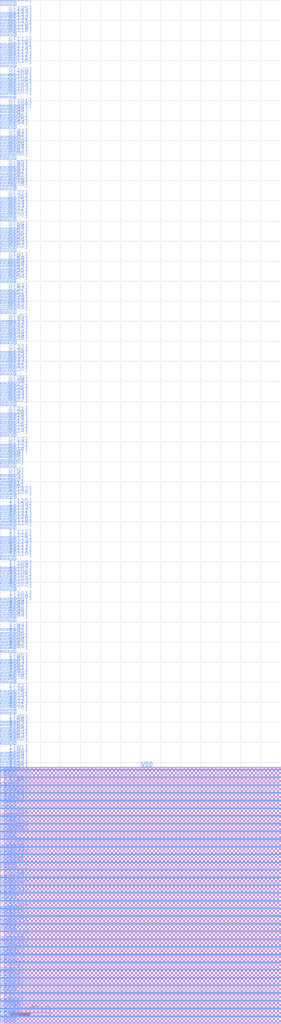
<source format=lef>
VERSION 5.6 ;
BUSBITCHARS "[]" ;
DIVIDERCHAR "/" ;

MACRO SRAM1RW64x128
  CLASS BLOCK ;
  ORIGIN 0 0 ;
  FOREIGN SRAM1RW64x128 0 0 ;
  SIZE 280.224 BY 255.36 ;
  SYMMETRY X Y ;
  SITE coreSite ;
  PIN VDD
    DIRECTION INOUT ;
    USE POWER ;
    PORT 
      LAYER M4 ;
        RECT 0.0 6.528 280.224 6.912 ;
        RECT 0.0 14.208 280.224 14.592 ;
        RECT 0.0 21.888 280.224 22.272 ;
        RECT 0.0 29.568 280.224 29.952 ;
        RECT 0.0 37.248 280.224 37.632 ;
        RECT 0.0 44.928 280.224 45.312 ;
        RECT 0.0 52.608 280.224 52.992 ;
        RECT 0.0 60.288 280.224 60.672 ;
        RECT 0.0 67.968 280.224 68.352 ;
        RECT 0.0 75.648 280.224 76.032 ;
        RECT 0.0 83.328 280.224 83.712 ;
        RECT 0.0 91.008 280.224 91.392 ;
        RECT 0.0 98.688 280.224 99.072 ;
        RECT 0.0 106.368 280.224 106.752 ;
        RECT 0.0 114.048 280.224 114.432 ;
        RECT 0.0 121.728 280.224 122.112 ;
        RECT 0.0 129.408 280.224 129.792 ;
        RECT 0.0 137.088 280.224 137.472 ;
        RECT 0.0 144.768 280.224 145.152 ;
        RECT 0.0 152.448 280.224 152.832 ;
        RECT 0.0 160.128 280.224 160.512 ;
        RECT 0.0 167.808 280.224 168.192 ;
        RECT 0.0 175.488 280.224 175.872 ;
        RECT 0.0 183.168 280.224 183.552 ;
        RECT 0.0 190.848 280.224 191.232 ;
        RECT 0.0 198.528 280.224 198.912 ;
        RECT 0.0 206.208 280.224 206.592 ;
        RECT 0.0 213.888 280.224 214.272 ;
        RECT 0.0 221.568 280.224 221.952 ;
        RECT 0.0 229.248 280.224 229.632 ;
        RECT 0.0 236.928 280.224 237.312 ;
        RECT 0.0 244.608 280.224 244.992 ;
        RECT 0.0 252.288 280.224 252.672 ;
    END 
  END VDD
  PIN VSS
    DIRECTION INOUT ;
    USE GROUND ;
    PORT 
      LAYER M4 ;
        RECT 0.0 7.296 280.224 7.68 ;
        RECT 0.0 14.976 280.224 15.36 ;
        RECT 0.0 22.656 280.224 23.04 ;
        RECT 0.0 30.336 280.224 30.72 ;
        RECT 0.0 38.016 280.224 38.4 ;
        RECT 0.0 45.696 280.224 46.08 ;
        RECT 0.0 53.376 280.224 53.76 ;
        RECT 0.0 61.056 280.224 61.44 ;
        RECT 0.0 68.736 280.224 69.12 ;
        RECT 0.0 76.416 280.224 76.8 ;
        RECT 0.0 84.096 280.224 84.48 ;
        RECT 0.0 91.776 280.224 92.16 ;
        RECT 0.0 99.456 280.224 99.84 ;
        RECT 0.0 107.136 280.224 107.52 ;
        RECT 0.0 114.816 280.224 115.2 ;
        RECT 0.0 122.496 280.224 122.88 ;
        RECT 0.0 130.176 280.224 130.56 ;
        RECT 0.0 137.856 280.224 138.24 ;
        RECT 0.0 145.536 280.224 145.92 ;
        RECT 0.0 153.216 280.224 153.6 ;
        RECT 0.0 160.896 280.224 161.28 ;
        RECT 0.0 168.576 280.224 168.96 ;
        RECT 0.0 176.256 280.224 176.64 ;
        RECT 0.0 183.936 280.224 184.32 ;
        RECT 0.0 191.616 280.224 192.0 ;
        RECT 0.0 199.296 280.224 199.68 ;
        RECT 0.0 206.976 280.224 207.36 ;
        RECT 0.0 214.656 280.224 215.04 ;
        RECT 0.0 222.336 280.224 222.72 ;
        RECT 0.0 230.016 280.224 230.4 ;
        RECT 0.0 237.696 280.224 238.08 ;
        RECT 0.0 245.376 280.224 245.76 ;
        RECT 0.0 253.056 280.224 253.44 ;
    END 
  END VSS
  PIN CE
    DIRECTION INPUT ;
    USE SIGNAL ;
    PORT 
      LAYER M4 ;
        RECT 0.0 1.536 16.0 3.072 ;
    END 
  END CE
  PIN WEB
    DIRECTION INPUT ;
    USE SIGNAL ;
    PORT 
      LAYER M4 ;
        RECT 0.0 4.608 16.0 6.144 ;
    END 
  END WEB
  PIN OEB
    DIRECTION INPUT ;
    USE SIGNAL ;
    PORT 
      LAYER M4 ;
        RECT 0.0 7.68 16.0 9.216 ;
    END 
  END OEB
  PIN CSB
    DIRECTION INPUT ;
    USE SIGNAL ;
    PORT 
      LAYER M4 ;
        RECT 0.0 10.752 16.0 12.288 ;
    END 
  END CSB
  PIN A[0]
    DIRECTION INPUT ;
    USE SIGNAL ;
    PORT 
      LAYER M4 ;
        RECT 0.0 13.824 16.0 15.36 ;
    END 
  END A[0]
  PIN A[1]
    DIRECTION INPUT ;
    USE SIGNAL ;
    PORT 
      LAYER M4 ;
        RECT 0.0 16.896 16.0 18.432 ;
    END 
  END A[1]
  PIN A[2]
    DIRECTION INPUT ;
    USE SIGNAL ;
    PORT 
      LAYER M4 ;
        RECT 0.0 19.968 16.0 21.504 ;
    END 
  END A[2]
  PIN A[3]
    DIRECTION INPUT ;
    USE SIGNAL ;
    PORT 
      LAYER M4 ;
        RECT 0.0 23.04 16.0 24.576 ;
    END 
  END A[3]
  PIN A[4]
    DIRECTION INPUT ;
    USE SIGNAL ;
    PORT 
      LAYER M4 ;
        RECT 0.0 32.256 16.0 33.792 ;
    END 
  END A[4]
  PIN A[5]
    DIRECTION INPUT ;
    USE SIGNAL ;
    PORT 
      LAYER M4 ;
        RECT 0.0 35.328 16.0 36.864 ;
    END 
  END A[5]
  PIN I[0]
    DIRECTION INPUT ;
    USE SIGNAL ;
    PORT 
      LAYER M4 ;
        RECT 0.0 38.4 16.0 39.936 ;
    END 
  END I[0]
  PIN I[1]
    DIRECTION INPUT ;
    USE SIGNAL ;
    PORT 
      LAYER M4 ;
        RECT 0.0 41.472 16.0 43.008 ;
    END 
  END I[1]
  PIN I[2]
    DIRECTION INPUT ;
    USE SIGNAL ;
    PORT 
      LAYER M4 ;
        RECT 0.0 44.544 16.0 46.08 ;
    END 
  END I[2]
  PIN I[3]
    DIRECTION INPUT ;
    USE SIGNAL ;
    PORT 
      LAYER M4 ;
        RECT 0.0 47.616 16.0 49.152 ;
    END 
  END I[3]
  PIN I[4]
    DIRECTION INPUT ;
    USE SIGNAL ;
    PORT 
      LAYER M4 ;
        RECT 0.0 50.688 16.0 52.224 ;
    END 
  END I[4]
  PIN I[5]
    DIRECTION INPUT ;
    USE SIGNAL ;
    PORT 
      LAYER M4 ;
        RECT 0.0 53.76 16.0 55.296 ;
    END 
  END I[5]
  PIN I[6]
    DIRECTION INPUT ;
    USE SIGNAL ;
    PORT 
      LAYER M4 ;
        RECT 0.0 62.976 16.0 64.512 ;
    END 
  END I[6]
  PIN I[7]
    DIRECTION INPUT ;
    USE SIGNAL ;
    PORT 
      LAYER M4 ;
        RECT 0.0 66.048 16.0 67.584 ;
    END 
  END I[7]
  PIN I[8]
    DIRECTION INPUT ;
    USE SIGNAL ;
    PORT 
      LAYER M4 ;
        RECT 0.0 69.12 16.0 70.656 ;
    END 
  END I[8]
  PIN I[9]
    DIRECTION INPUT ;
    USE SIGNAL ;
    PORT 
      LAYER M4 ;
        RECT 0.0 72.192 16.0 73.728 ;
    END 
  END I[9]
  PIN I[10]
    DIRECTION INPUT ;
    USE SIGNAL ;
    PORT 
      LAYER M4 ;
        RECT 0.0 75.264 16.0 76.8 ;
    END 
  END I[10]
  PIN I[11]
    DIRECTION INPUT ;
    USE SIGNAL ;
    PORT 
      LAYER M4 ;
        RECT 0.0 78.336 16.0 79.872 ;
    END 
  END I[11]
  PIN I[12]
    DIRECTION INPUT ;
    USE SIGNAL ;
    PORT 
      LAYER M4 ;
        RECT 0.0 81.408 16.0 82.944 ;
    END 
  END I[12]
  PIN I[13]
    DIRECTION INPUT ;
    USE SIGNAL ;
    PORT 
      LAYER M4 ;
        RECT 0.0 84.48 16.0 86.016 ;
    END 
  END I[13]
  PIN I[14]
    DIRECTION INPUT ;
    USE SIGNAL ;
    PORT 
      LAYER M4 ;
        RECT 0.0 93.696 16.0 95.232 ;
    END 
  END I[14]
  PIN I[15]
    DIRECTION INPUT ;
    USE SIGNAL ;
    PORT 
      LAYER M4 ;
        RECT 0.0 96.768 16.0 98.304 ;
    END 
  END I[15]
  PIN I[16]
    DIRECTION INPUT ;
    USE SIGNAL ;
    PORT 
      LAYER M4 ;
        RECT 0.0 99.84 16.0 101.376 ;
    END 
  END I[16]
  PIN I[17]
    DIRECTION INPUT ;
    USE SIGNAL ;
    PORT 
      LAYER M4 ;
        RECT 0.0 102.912 16.0 104.448 ;
    END 
  END I[17]
  PIN I[18]
    DIRECTION INPUT ;
    USE SIGNAL ;
    PORT 
      LAYER M4 ;
        RECT 0.0 105.984 16.0 107.52 ;
    END 
  END I[18]
  PIN I[19]
    DIRECTION INPUT ;
    USE SIGNAL ;
    PORT 
      LAYER M4 ;
        RECT 0.0 109.056 16.0 110.592 ;
    END 
  END I[19]
  PIN I[20]
    DIRECTION INPUT ;
    USE SIGNAL ;
    PORT 
      LAYER M4 ;
        RECT 0.0 112.128 16.0 113.664 ;
    END 
  END I[20]
  PIN I[21]
    DIRECTION INPUT ;
    USE SIGNAL ;
    PORT 
      LAYER M4 ;
        RECT 0.0 115.2 16.0 116.736 ;
    END 
  END I[21]
  PIN I[22]
    DIRECTION INPUT ;
    USE SIGNAL ;
    PORT 
      LAYER M4 ;
        RECT 0.0 124.416 16.0 125.952 ;
    END 
  END I[22]
  PIN I[23]
    DIRECTION INPUT ;
    USE SIGNAL ;
    PORT 
      LAYER M4 ;
        RECT 0.0 127.488 16.0 129.024 ;
    END 
  END I[23]
  PIN I[24]
    DIRECTION INPUT ;
    USE SIGNAL ;
    PORT 
      LAYER M4 ;
        RECT 0.0 130.56 16.0 132.096 ;
    END 
  END I[24]
  PIN I[25]
    DIRECTION INPUT ;
    USE SIGNAL ;
    PORT 
      LAYER M4 ;
        RECT 0.0 133.632 16.0 135.168 ;
    END 
  END I[25]
  PIN I[26]
    DIRECTION INPUT ;
    USE SIGNAL ;
    PORT 
      LAYER M4 ;
        RECT 0.0 136.704 16.0 138.24 ;
    END 
  END I[26]
  PIN I[27]
    DIRECTION INPUT ;
    USE SIGNAL ;
    PORT 
      LAYER M4 ;
        RECT 0.0 139.776 16.0 141.312 ;
    END 
  END I[27]
  PIN I[28]
    DIRECTION INPUT ;
    USE SIGNAL ;
    PORT 
      LAYER M4 ;
        RECT 0.0 142.848 16.0 144.384 ;
    END 
  END I[28]
  PIN I[29]
    DIRECTION INPUT ;
    USE SIGNAL ;
    PORT 
      LAYER M4 ;
        RECT 0.0 145.92 16.0 147.456 ;
    END 
  END I[29]
  PIN I[30]
    DIRECTION INPUT ;
    USE SIGNAL ;
    PORT 
      LAYER M4 ;
        RECT 0.0 155.136 16.0 156.672 ;
    END 
  END I[30]
  PIN I[31]
    DIRECTION INPUT ;
    USE SIGNAL ;
    PORT 
      LAYER M4 ;
        RECT 0.0 158.208 16.0 159.744 ;
    END 
  END I[31]
  PIN I[32]
    DIRECTION INPUT ;
    USE SIGNAL ;
    PORT 
      LAYER M4 ;
        RECT 0.0 161.28 16.0 162.816 ;
    END 
  END I[32]
  PIN I[33]
    DIRECTION INPUT ;
    USE SIGNAL ;
    PORT 
      LAYER M4 ;
        RECT 0.0 164.352 16.0 165.888 ;
    END 
  END I[33]
  PIN I[34]
    DIRECTION INPUT ;
    USE SIGNAL ;
    PORT 
      LAYER M4 ;
        RECT 0.0 167.424 16.0 168.96 ;
    END 
  END I[34]
  PIN I[35]
    DIRECTION INPUT ;
    USE SIGNAL ;
    PORT 
      LAYER M4 ;
        RECT 0.0 170.496 16.0 172.032 ;
    END 
  END I[35]
  PIN I[36]
    DIRECTION INPUT ;
    USE SIGNAL ;
    PORT 
      LAYER M4 ;
        RECT 0.0 173.568 16.0 175.104 ;
    END 
  END I[36]
  PIN I[37]
    DIRECTION INPUT ;
    USE SIGNAL ;
    PORT 
      LAYER M4 ;
        RECT 0.0 176.64 16.0 178.176 ;
    END 
  END I[37]
  PIN I[38]
    DIRECTION INPUT ;
    USE SIGNAL ;
    PORT 
      LAYER M4 ;
        RECT 0.0 185.856 16.0 187.392 ;
    END 
  END I[38]
  PIN I[39]
    DIRECTION INPUT ;
    USE SIGNAL ;
    PORT 
      LAYER M4 ;
        RECT 0.0 188.928 16.0 190.464 ;
    END 
  END I[39]
  PIN I[40]
    DIRECTION INPUT ;
    USE SIGNAL ;
    PORT 
      LAYER M4 ;
        RECT 0.0 192.0 16.0 193.536 ;
    END 
  END I[40]
  PIN I[41]
    DIRECTION INPUT ;
    USE SIGNAL ;
    PORT 
      LAYER M4 ;
        RECT 0.0 195.072 16.0 196.608 ;
    END 
  END I[41]
  PIN I[42]
    DIRECTION INPUT ;
    USE SIGNAL ;
    PORT 
      LAYER M4 ;
        RECT 0.0 198.144 16.0 199.68 ;
    END 
  END I[42]
  PIN I[43]
    DIRECTION INPUT ;
    USE SIGNAL ;
    PORT 
      LAYER M4 ;
        RECT 0.0 201.216 16.0 202.752 ;
    END 
  END I[43]
  PIN I[44]
    DIRECTION INPUT ;
    USE SIGNAL ;
    PORT 
      LAYER M4 ;
        RECT 0.0 204.288 16.0 205.824 ;
    END 
  END I[44]
  PIN I[45]
    DIRECTION INPUT ;
    USE SIGNAL ;
    PORT 
      LAYER M4 ;
        RECT 0.0 207.36 16.0 208.896 ;
    END 
  END I[45]
  PIN I[46]
    DIRECTION INPUT ;
    USE SIGNAL ;
    PORT 
      LAYER M4 ;
        RECT 0.0 216.576 16.0 218.112 ;
    END 
  END I[46]
  PIN I[47]
    DIRECTION INPUT ;
    USE SIGNAL ;
    PORT 
      LAYER M4 ;
        RECT 0.0 219.648 16.0 221.184 ;
    END 
  END I[47]
  PIN I[48]
    DIRECTION INPUT ;
    USE SIGNAL ;
    PORT 
      LAYER M4 ;
        RECT 0.0 222.72 16.0 224.256 ;
    END 
  END I[48]
  PIN I[49]
    DIRECTION INPUT ;
    USE SIGNAL ;
    PORT 
      LAYER M4 ;
        RECT 0.0 225.792 16.0 227.328 ;
    END 
  END I[49]
  PIN I[50]
    DIRECTION INPUT ;
    USE SIGNAL ;
    PORT 
      LAYER M4 ;
        RECT 0.0 228.864 16.0 230.4 ;
    END 
  END I[50]
  PIN I[51]
    DIRECTION INPUT ;
    USE SIGNAL ;
    PORT 
      LAYER M4 ;
        RECT 0.0 231.936 16.0 233.472 ;
    END 
  END I[51]
  PIN I[52]
    DIRECTION INPUT ;
    USE SIGNAL ;
    PORT 
      LAYER M4 ;
        RECT 0.0 235.008 16.0 236.544 ;
    END 
  END I[52]
  PIN I[53]
    DIRECTION INPUT ;
    USE SIGNAL ;
    PORT 
      LAYER M4 ;
        RECT 0.0 238.08 16.0 239.616 ;
    END 
  END I[53]
  PIN I[54]
    DIRECTION INPUT ;
    USE SIGNAL ;
    PORT 
      LAYER M4 ;
        RECT 0.0 247.296 16.0 248.832 ;
    END 
  END I[54]
  PIN I[55]
    DIRECTION INPUT ;
    USE SIGNAL ;
    PORT 
      LAYER M4 ;
        RECT 0.0 250.368 16.0 251.904 ;
    END 
  END I[55]
  PIN I[56]
    DIRECTION INPUT ;
    USE SIGNAL ;
    PORT 
      LAYER M4 ;
        RECT 0.0 253.44 16.0 254.976 ;
    END 
  END I[56]
  PIN I[57]
    DIRECTION INPUT ;
    USE SIGNAL ;
    PORT 
      LAYER M4 ;
        RECT 0.0 256.512 16.0 258.048 ;
    END 
  END I[57]
  PIN I[58]
    DIRECTION INPUT ;
    USE SIGNAL ;
    PORT 
      LAYER M4 ;
        RECT 0.0 259.584 16.0 261.12 ;
    END 
  END I[58]
  PIN I[59]
    DIRECTION INPUT ;
    USE SIGNAL ;
    PORT 
      LAYER M4 ;
        RECT 0.0 262.656 16.0 264.192 ;
    END 
  END I[59]
  PIN I[60]
    DIRECTION INPUT ;
    USE SIGNAL ;
    PORT 
      LAYER M4 ;
        RECT 0.0 265.728 16.0 267.264 ;
    END 
  END I[60]
  PIN I[61]
    DIRECTION INPUT ;
    USE SIGNAL ;
    PORT 
      LAYER M4 ;
        RECT 0.0 268.8 16.0 270.336 ;
    END 
  END I[61]
  PIN I[62]
    DIRECTION INPUT ;
    USE SIGNAL ;
    PORT 
      LAYER M4 ;
        RECT 0.0 278.016 16.0 279.552 ;
    END 
  END I[62]
  PIN I[63]
    DIRECTION INPUT ;
    USE SIGNAL ;
    PORT 
      LAYER M4 ;
        RECT 0.0 281.088 16.0 282.624 ;
    END 
  END I[63]
  PIN I[64]
    DIRECTION INPUT ;
    USE SIGNAL ;
    PORT 
      LAYER M4 ;
        RECT 0.0 284.16 16.0 285.696 ;
    END 
  END I[64]
  PIN I[65]
    DIRECTION INPUT ;
    USE SIGNAL ;
    PORT 
      LAYER M4 ;
        RECT 0.0 287.232 16.0 288.768 ;
    END 
  END I[65]
  PIN I[66]
    DIRECTION INPUT ;
    USE SIGNAL ;
    PORT 
      LAYER M4 ;
        RECT 0.0 290.304 16.0 291.84 ;
    END 
  END I[66]
  PIN I[67]
    DIRECTION INPUT ;
    USE SIGNAL ;
    PORT 
      LAYER M4 ;
        RECT 0.0 293.376 16.0 294.912 ;
    END 
  END I[67]
  PIN I[68]
    DIRECTION INPUT ;
    USE SIGNAL ;
    PORT 
      LAYER M4 ;
        RECT 0.0 296.448 16.0 297.984 ;
    END 
  END I[68]
  PIN I[69]
    DIRECTION INPUT ;
    USE SIGNAL ;
    PORT 
      LAYER M4 ;
        RECT 0.0 299.52 16.0 301.056 ;
    END 
  END I[69]
  PIN I[70]
    DIRECTION INPUT ;
    USE SIGNAL ;
    PORT 
      LAYER M4 ;
        RECT 0.0 308.736 16.0 310.272 ;
    END 
  END I[70]
  PIN I[71]
    DIRECTION INPUT ;
    USE SIGNAL ;
    PORT 
      LAYER M4 ;
        RECT 0.0 311.808 16.0 313.344 ;
    END 
  END I[71]
  PIN I[72]
    DIRECTION INPUT ;
    USE SIGNAL ;
    PORT 
      LAYER M4 ;
        RECT 0.0 314.88 16.0 316.416 ;
    END 
  END I[72]
  PIN I[73]
    DIRECTION INPUT ;
    USE SIGNAL ;
    PORT 
      LAYER M4 ;
        RECT 0.0 317.952 16.0 319.488 ;
    END 
  END I[73]
  PIN I[74]
    DIRECTION INPUT ;
    USE SIGNAL ;
    PORT 
      LAYER M4 ;
        RECT 0.0 321.024 16.0 322.56 ;
    END 
  END I[74]
  PIN I[75]
    DIRECTION INPUT ;
    USE SIGNAL ;
    PORT 
      LAYER M4 ;
        RECT 0.0 324.096 16.0 325.632 ;
    END 
  END I[75]
  PIN I[76]
    DIRECTION INPUT ;
    USE SIGNAL ;
    PORT 
      LAYER M4 ;
        RECT 0.0 327.168 16.0 328.704 ;
    END 
  END I[76]
  PIN I[77]
    DIRECTION INPUT ;
    USE SIGNAL ;
    PORT 
      LAYER M4 ;
        RECT 0.0 330.24 16.0 331.776 ;
    END 
  END I[77]
  PIN I[78]
    DIRECTION INPUT ;
    USE SIGNAL ;
    PORT 
      LAYER M4 ;
        RECT 0.0 339.456 16.0 340.992 ;
    END 
  END I[78]
  PIN I[79]
    DIRECTION INPUT ;
    USE SIGNAL ;
    PORT 
      LAYER M4 ;
        RECT 0.0 342.528 16.0 344.064 ;
    END 
  END I[79]
  PIN I[80]
    DIRECTION INPUT ;
    USE SIGNAL ;
    PORT 
      LAYER M4 ;
        RECT 0.0 345.6 16.0 347.136 ;
    END 
  END I[80]
  PIN I[81]
    DIRECTION INPUT ;
    USE SIGNAL ;
    PORT 
      LAYER M4 ;
        RECT 0.0 348.672 16.0 350.208 ;
    END 
  END I[81]
  PIN I[82]
    DIRECTION INPUT ;
    USE SIGNAL ;
    PORT 
      LAYER M4 ;
        RECT 0.0 351.744 16.0 353.28 ;
    END 
  END I[82]
  PIN I[83]
    DIRECTION INPUT ;
    USE SIGNAL ;
    PORT 
      LAYER M4 ;
        RECT 0.0 354.816 16.0 356.352 ;
    END 
  END I[83]
  PIN I[84]
    DIRECTION INPUT ;
    USE SIGNAL ;
    PORT 
      LAYER M4 ;
        RECT 0.0 357.888 16.0 359.424 ;
    END 
  END I[84]
  PIN I[85]
    DIRECTION INPUT ;
    USE SIGNAL ;
    PORT 
      LAYER M4 ;
        RECT 0.0 360.96 16.0 362.496 ;
    END 
  END I[85]
  PIN I[86]
    DIRECTION INPUT ;
    USE SIGNAL ;
    PORT 
      LAYER M4 ;
        RECT 0.0 370.176 16.0 371.712 ;
    END 
  END I[86]
  PIN I[87]
    DIRECTION INPUT ;
    USE SIGNAL ;
    PORT 
      LAYER M4 ;
        RECT 0.0 373.248 16.0 374.784 ;
    END 
  END I[87]
  PIN I[88]
    DIRECTION INPUT ;
    USE SIGNAL ;
    PORT 
      LAYER M4 ;
        RECT 0.0 376.32 16.0 377.856 ;
    END 
  END I[88]
  PIN I[89]
    DIRECTION INPUT ;
    USE SIGNAL ;
    PORT 
      LAYER M4 ;
        RECT 0.0 379.392 16.0 380.928 ;
    END 
  END I[89]
  PIN I[90]
    DIRECTION INPUT ;
    USE SIGNAL ;
    PORT 
      LAYER M4 ;
        RECT 0.0 382.464 16.0 384.0 ;
    END 
  END I[90]
  PIN I[91]
    DIRECTION INPUT ;
    USE SIGNAL ;
    PORT 
      LAYER M4 ;
        RECT 0.0 385.536 16.0 387.072 ;
    END 
  END I[91]
  PIN I[92]
    DIRECTION INPUT ;
    USE SIGNAL ;
    PORT 
      LAYER M4 ;
        RECT 0.0 388.608 16.0 390.144 ;
    END 
  END I[92]
  PIN I[93]
    DIRECTION INPUT ;
    USE SIGNAL ;
    PORT 
      LAYER M4 ;
        RECT 0.0 391.68 16.0 393.216 ;
    END 
  END I[93]
  PIN I[94]
    DIRECTION INPUT ;
    USE SIGNAL ;
    PORT 
      LAYER M4 ;
        RECT 0.0 400.896 16.0 402.432 ;
    END 
  END I[94]
  PIN I[95]
    DIRECTION INPUT ;
    USE SIGNAL ;
    PORT 
      LAYER M4 ;
        RECT 0.0 403.968 16.0 405.504 ;
    END 
  END I[95]
  PIN I[96]
    DIRECTION INPUT ;
    USE SIGNAL ;
    PORT 
      LAYER M4 ;
        RECT 0.0 407.04 16.0 408.576 ;
    END 
  END I[96]
  PIN I[97]
    DIRECTION INPUT ;
    USE SIGNAL ;
    PORT 
      LAYER M4 ;
        RECT 0.0 410.112 16.0 411.648 ;
    END 
  END I[97]
  PIN I[98]
    DIRECTION INPUT ;
    USE SIGNAL ;
    PORT 
      LAYER M4 ;
        RECT 0.0 413.184 16.0 414.72 ;
    END 
  END I[98]
  PIN I[99]
    DIRECTION INPUT ;
    USE SIGNAL ;
    PORT 
      LAYER M4 ;
        RECT 0.0 416.256 16.0 417.792 ;
    END 
  END I[99]
  PIN I[100]
    DIRECTION INPUT ;
    USE SIGNAL ;
    PORT 
      LAYER M4 ;
        RECT 0.0 419.328 16.0 420.864 ;
    END 
  END I[100]
  PIN I[101]
    DIRECTION INPUT ;
    USE SIGNAL ;
    PORT 
      LAYER M4 ;
        RECT 0.0 422.4 16.0 423.936 ;
    END 
  END I[101]
  PIN I[102]
    DIRECTION INPUT ;
    USE SIGNAL ;
    PORT 
      LAYER M4 ;
        RECT 0.0 431.616 16.0 433.152 ;
    END 
  END I[102]
  PIN I[103]
    DIRECTION INPUT ;
    USE SIGNAL ;
    PORT 
      LAYER M4 ;
        RECT 0.0 434.688 16.0 436.224 ;
    END 
  END I[103]
  PIN I[104]
    DIRECTION INPUT ;
    USE SIGNAL ;
    PORT 
      LAYER M4 ;
        RECT 0.0 437.76 16.0 439.296 ;
    END 
  END I[104]
  PIN I[105]
    DIRECTION INPUT ;
    USE SIGNAL ;
    PORT 
      LAYER M4 ;
        RECT 0.0 440.832 16.0 442.368 ;
    END 
  END I[105]
  PIN I[106]
    DIRECTION INPUT ;
    USE SIGNAL ;
    PORT 
      LAYER M4 ;
        RECT 0.0 443.904 16.0 445.44 ;
    END 
  END I[106]
  PIN I[107]
    DIRECTION INPUT ;
    USE SIGNAL ;
    PORT 
      LAYER M4 ;
        RECT 0.0 446.976 16.0 448.512 ;
    END 
  END I[107]
  PIN I[108]
    DIRECTION INPUT ;
    USE SIGNAL ;
    PORT 
      LAYER M4 ;
        RECT 0.0 450.048 16.0 451.584 ;
    END 
  END I[108]
  PIN I[109]
    DIRECTION INPUT ;
    USE SIGNAL ;
    PORT 
      LAYER M4 ;
        RECT 0.0 453.12 16.0 454.656 ;
    END 
  END I[109]
  PIN I[110]
    DIRECTION INPUT ;
    USE SIGNAL ;
    PORT 
      LAYER M4 ;
        RECT 0.0 462.336 16.0 463.872 ;
    END 
  END I[110]
  PIN I[111]
    DIRECTION INPUT ;
    USE SIGNAL ;
    PORT 
      LAYER M4 ;
        RECT 0.0 465.408 16.0 466.944 ;
    END 
  END I[111]
  PIN I[112]
    DIRECTION INPUT ;
    USE SIGNAL ;
    PORT 
      LAYER M4 ;
        RECT 0.0 468.48 16.0 470.016 ;
    END 
  END I[112]
  PIN I[113]
    DIRECTION INPUT ;
    USE SIGNAL ;
    PORT 
      LAYER M4 ;
        RECT 0.0 471.552 16.0 473.088 ;
    END 
  END I[113]
  PIN I[114]
    DIRECTION INPUT ;
    USE SIGNAL ;
    PORT 
      LAYER M4 ;
        RECT 0.0 474.624 16.0 476.16 ;
    END 
  END I[114]
  PIN I[115]
    DIRECTION INPUT ;
    USE SIGNAL ;
    PORT 
      LAYER M4 ;
        RECT 0.0 477.696 16.0 479.232 ;
    END 
  END I[115]
  PIN I[116]
    DIRECTION INPUT ;
    USE SIGNAL ;
    PORT 
      LAYER M4 ;
        RECT 0.0 480.768 16.0 482.304 ;
    END 
  END I[116]
  PIN I[117]
    DIRECTION INPUT ;
    USE SIGNAL ;
    PORT 
      LAYER M4 ;
        RECT 0.0 483.84 16.0 485.376 ;
    END 
  END I[117]
  PIN I[118]
    DIRECTION INPUT ;
    USE SIGNAL ;
    PORT 
      LAYER M4 ;
        RECT 0.0 493.056 16.0 494.592 ;
    END 
  END I[118]
  PIN I[119]
    DIRECTION INPUT ;
    USE SIGNAL ;
    PORT 
      LAYER M4 ;
        RECT 0.0 496.128 16.0 497.664 ;
    END 
  END I[119]
  PIN I[120]
    DIRECTION INPUT ;
    USE SIGNAL ;
    PORT 
      LAYER M4 ;
        RECT 0.0 499.2 16.0 500.736 ;
    END 
  END I[120]
  PIN I[121]
    DIRECTION INPUT ;
    USE SIGNAL ;
    PORT 
      LAYER M4 ;
        RECT 0.0 502.272 16.0 503.808 ;
    END 
  END I[121]
  PIN I[122]
    DIRECTION INPUT ;
    USE SIGNAL ;
    PORT 
      LAYER M4 ;
        RECT 0.0 505.344 16.0 506.88 ;
    END 
  END I[122]
  PIN I[123]
    DIRECTION INPUT ;
    USE SIGNAL ;
    PORT 
      LAYER M4 ;
        RECT 0.0 508.416 16.0 509.952 ;
    END 
  END I[123]
  PIN I[124]
    DIRECTION INPUT ;
    USE SIGNAL ;
    PORT 
      LAYER M4 ;
        RECT 0.0 511.488 16.0 513.024 ;
    END 
  END I[124]
  PIN I[125]
    DIRECTION INPUT ;
    USE SIGNAL ;
    PORT 
      LAYER M4 ;
        RECT 0.0 514.56 16.0 516.096 ;
    END 
  END I[125]
  PIN I[126]
    DIRECTION INPUT ;
    USE SIGNAL ;
    PORT 
      LAYER M4 ;
        RECT 0.0 523.776 16.0 525.312 ;
    END 
  END I[126]
  PIN I[127]
    DIRECTION INPUT ;
    USE SIGNAL ;
    PORT 
      LAYER M4 ;
        RECT 0.0 526.848 16.0 528.384 ;
    END 
  END I[127]
  PIN O[0]
    DIRECTION OUTPUT ;
    USE SIGNAL ;
    PORT 
      LAYER M4 ;
        RECT 0.0 529.92 16.0 531.456 ;
    END 
  END O[0]
  PIN O[1]
    DIRECTION OUTPUT ;
    USE SIGNAL ;
    PORT 
      LAYER M4 ;
        RECT 0.0 532.992 16.0 534.528 ;
    END 
  END O[1]
  PIN O[2]
    DIRECTION OUTPUT ;
    USE SIGNAL ;
    PORT 
      LAYER M4 ;
        RECT 0.0 536.064 16.0 537.6 ;
    END 
  END O[2]
  PIN O[3]
    DIRECTION OUTPUT ;
    USE SIGNAL ;
    PORT 
      LAYER M4 ;
        RECT 0.0 539.136 16.0 540.672 ;
    END 
  END O[3]
  PIN O[4]
    DIRECTION OUTPUT ;
    USE SIGNAL ;
    PORT 
      LAYER M4 ;
        RECT 0.0 542.208 16.0 543.744 ;
    END 
  END O[4]
  PIN O[5]
    DIRECTION OUTPUT ;
    USE SIGNAL ;
    PORT 
      LAYER M4 ;
        RECT 0.0 545.28 16.0 546.816 ;
    END 
  END O[5]
  PIN O[6]
    DIRECTION OUTPUT ;
    USE SIGNAL ;
    PORT 
      LAYER M4 ;
        RECT 0.0 554.496 16.0 556.032 ;
    END 
  END O[6]
  PIN O[7]
    DIRECTION OUTPUT ;
    USE SIGNAL ;
    PORT 
      LAYER M4 ;
        RECT 0.0 557.568 16.0 559.104 ;
    END 
  END O[7]
  PIN O[8]
    DIRECTION OUTPUT ;
    USE SIGNAL ;
    PORT 
      LAYER M4 ;
        RECT 0.0 560.64 16.0 562.176 ;
    END 
  END O[8]
  PIN O[9]
    DIRECTION OUTPUT ;
    USE SIGNAL ;
    PORT 
      LAYER M4 ;
        RECT 0.0 563.712 16.0 565.248 ;
    END 
  END O[9]
  PIN O[10]
    DIRECTION OUTPUT ;
    USE SIGNAL ;
    PORT 
      LAYER M4 ;
        RECT 0.0 566.784 16.0 568.32 ;
    END 
  END O[10]
  PIN O[11]
    DIRECTION OUTPUT ;
    USE SIGNAL ;
    PORT 
      LAYER M4 ;
        RECT 0.0 569.856 16.0 571.392 ;
    END 
  END O[11]
  PIN O[12]
    DIRECTION OUTPUT ;
    USE SIGNAL ;
    PORT 
      LAYER M4 ;
        RECT 0.0 572.928 16.0 574.464 ;
    END 
  END O[12]
  PIN O[13]
    DIRECTION OUTPUT ;
    USE SIGNAL ;
    PORT 
      LAYER M4 ;
        RECT 0.0 576.0 16.0 577.536 ;
    END 
  END O[13]
  PIN O[14]
    DIRECTION OUTPUT ;
    USE SIGNAL ;
    PORT 
      LAYER M4 ;
        RECT 0.0 585.216 16.0 586.752 ;
    END 
  END O[14]
  PIN O[15]
    DIRECTION OUTPUT ;
    USE SIGNAL ;
    PORT 
      LAYER M4 ;
        RECT 0.0 588.288 16.0 589.824 ;
    END 
  END O[15]
  PIN O[16]
    DIRECTION OUTPUT ;
    USE SIGNAL ;
    PORT 
      LAYER M4 ;
        RECT 0.0 591.36 16.0 592.896 ;
    END 
  END O[16]
  PIN O[17]
    DIRECTION OUTPUT ;
    USE SIGNAL ;
    PORT 
      LAYER M4 ;
        RECT 0.0 594.432 16.0 595.968 ;
    END 
  END O[17]
  PIN O[18]
    DIRECTION OUTPUT ;
    USE SIGNAL ;
    PORT 
      LAYER M4 ;
        RECT 0.0 597.504 16.0 599.04 ;
    END 
  END O[18]
  PIN O[19]
    DIRECTION OUTPUT ;
    USE SIGNAL ;
    PORT 
      LAYER M4 ;
        RECT 0.0 600.576 16.0 602.112 ;
    END 
  END O[19]
  PIN O[20]
    DIRECTION OUTPUT ;
    USE SIGNAL ;
    PORT 
      LAYER M4 ;
        RECT 0.0 603.648 16.0 605.184 ;
    END 
  END O[20]
  PIN O[21]
    DIRECTION OUTPUT ;
    USE SIGNAL ;
    PORT 
      LAYER M4 ;
        RECT 0.0 606.72 16.0 608.256 ;
    END 
  END O[21]
  PIN O[22]
    DIRECTION OUTPUT ;
    USE SIGNAL ;
    PORT 
      LAYER M4 ;
        RECT 0.0 615.936 16.0 617.472 ;
    END 
  END O[22]
  PIN O[23]
    DIRECTION OUTPUT ;
    USE SIGNAL ;
    PORT 
      LAYER M4 ;
        RECT 0.0 619.008 16.0 620.544 ;
    END 
  END O[23]
  PIN O[24]
    DIRECTION OUTPUT ;
    USE SIGNAL ;
    PORT 
      LAYER M4 ;
        RECT 0.0 622.08 16.0 623.616 ;
    END 
  END O[24]
  PIN O[25]
    DIRECTION OUTPUT ;
    USE SIGNAL ;
    PORT 
      LAYER M4 ;
        RECT 0.0 625.152 16.0 626.688 ;
    END 
  END O[25]
  PIN O[26]
    DIRECTION OUTPUT ;
    USE SIGNAL ;
    PORT 
      LAYER M4 ;
        RECT 0.0 628.224 16.0 629.76 ;
    END 
  END O[26]
  PIN O[27]
    DIRECTION OUTPUT ;
    USE SIGNAL ;
    PORT 
      LAYER M4 ;
        RECT 0.0 631.296 16.0 632.832 ;
    END 
  END O[27]
  PIN O[28]
    DIRECTION OUTPUT ;
    USE SIGNAL ;
    PORT 
      LAYER M4 ;
        RECT 0.0 634.368 16.0 635.904 ;
    END 
  END O[28]
  PIN O[29]
    DIRECTION OUTPUT ;
    USE SIGNAL ;
    PORT 
      LAYER M4 ;
        RECT 0.0 637.44 16.0 638.976 ;
    END 
  END O[29]
  PIN O[30]
    DIRECTION OUTPUT ;
    USE SIGNAL ;
    PORT 
      LAYER M4 ;
        RECT 0.0 646.656 16.0 648.192 ;
    END 
  END O[30]
  PIN O[31]
    DIRECTION OUTPUT ;
    USE SIGNAL ;
    PORT 
      LAYER M4 ;
        RECT 0.0 649.728 16.0 651.264 ;
    END 
  END O[31]
  PIN O[32]
    DIRECTION OUTPUT ;
    USE SIGNAL ;
    PORT 
      LAYER M4 ;
        RECT 0.0 652.8 16.0 654.336 ;
    END 
  END O[32]
  PIN O[33]
    DIRECTION OUTPUT ;
    USE SIGNAL ;
    PORT 
      LAYER M4 ;
        RECT 0.0 655.872 16.0 657.408 ;
    END 
  END O[33]
  PIN O[34]
    DIRECTION OUTPUT ;
    USE SIGNAL ;
    PORT 
      LAYER M4 ;
        RECT 0.0 658.944 16.0 660.48 ;
    END 
  END O[34]
  PIN O[35]
    DIRECTION OUTPUT ;
    USE SIGNAL ;
    PORT 
      LAYER M4 ;
        RECT 0.0 662.016 16.0 663.552 ;
    END 
  END O[35]
  PIN O[36]
    DIRECTION OUTPUT ;
    USE SIGNAL ;
    PORT 
      LAYER M4 ;
        RECT 0.0 665.088 16.0 666.624 ;
    END 
  END O[36]
  PIN O[37]
    DIRECTION OUTPUT ;
    USE SIGNAL ;
    PORT 
      LAYER M4 ;
        RECT 0.0 668.16 16.0 669.696 ;
    END 
  END O[37]
  PIN O[38]
    DIRECTION OUTPUT ;
    USE SIGNAL ;
    PORT 
      LAYER M4 ;
        RECT 0.0 677.376 16.0 678.912 ;
    END 
  END O[38]
  PIN O[39]
    DIRECTION OUTPUT ;
    USE SIGNAL ;
    PORT 
      LAYER M4 ;
        RECT 0.0 680.448 16.0 681.984 ;
    END 
  END O[39]
  PIN O[40]
    DIRECTION OUTPUT ;
    USE SIGNAL ;
    PORT 
      LAYER M4 ;
        RECT 0.0 683.52 16.0 685.056 ;
    END 
  END O[40]
  PIN O[41]
    DIRECTION OUTPUT ;
    USE SIGNAL ;
    PORT 
      LAYER M4 ;
        RECT 0.0 686.592 16.0 688.128 ;
    END 
  END O[41]
  PIN O[42]
    DIRECTION OUTPUT ;
    USE SIGNAL ;
    PORT 
      LAYER M4 ;
        RECT 0.0 689.664 16.0 691.2 ;
    END 
  END O[42]
  PIN O[43]
    DIRECTION OUTPUT ;
    USE SIGNAL ;
    PORT 
      LAYER M4 ;
        RECT 0.0 692.736 16.0 694.272 ;
    END 
  END O[43]
  PIN O[44]
    DIRECTION OUTPUT ;
    USE SIGNAL ;
    PORT 
      LAYER M4 ;
        RECT 0.0 695.808 16.0 697.344 ;
    END 
  END O[44]
  PIN O[45]
    DIRECTION OUTPUT ;
    USE SIGNAL ;
    PORT 
      LAYER M4 ;
        RECT 0.0 698.88 16.0 700.416 ;
    END 
  END O[45]
  PIN O[46]
    DIRECTION OUTPUT ;
    USE SIGNAL ;
    PORT 
      LAYER M4 ;
        RECT 0.0 708.096 16.0 709.632 ;
    END 
  END O[46]
  PIN O[47]
    DIRECTION OUTPUT ;
    USE SIGNAL ;
    PORT 
      LAYER M4 ;
        RECT 0.0 711.168 16.0 712.704 ;
    END 
  END O[47]
  PIN O[48]
    DIRECTION OUTPUT ;
    USE SIGNAL ;
    PORT 
      LAYER M4 ;
        RECT 0.0 714.24 16.0 715.776 ;
    END 
  END O[48]
  PIN O[49]
    DIRECTION OUTPUT ;
    USE SIGNAL ;
    PORT 
      LAYER M4 ;
        RECT 0.0 717.312 16.0 718.848 ;
    END 
  END O[49]
  PIN O[50]
    DIRECTION OUTPUT ;
    USE SIGNAL ;
    PORT 
      LAYER M4 ;
        RECT 0.0 720.384 16.0 721.92 ;
    END 
  END O[50]
  PIN O[51]
    DIRECTION OUTPUT ;
    USE SIGNAL ;
    PORT 
      LAYER M4 ;
        RECT 0.0 723.456 16.0 724.992 ;
    END 
  END O[51]
  PIN O[52]
    DIRECTION OUTPUT ;
    USE SIGNAL ;
    PORT 
      LAYER M4 ;
        RECT 0.0 726.528 16.0 728.064 ;
    END 
  END O[52]
  PIN O[53]
    DIRECTION OUTPUT ;
    USE SIGNAL ;
    PORT 
      LAYER M4 ;
        RECT 0.0 729.6 16.0 731.136 ;
    END 
  END O[53]
  PIN O[54]
    DIRECTION OUTPUT ;
    USE SIGNAL ;
    PORT 
      LAYER M4 ;
        RECT 0.0 738.816 16.0 740.352 ;
    END 
  END O[54]
  PIN O[55]
    DIRECTION OUTPUT ;
    USE SIGNAL ;
    PORT 
      LAYER M4 ;
        RECT 0.0 741.888 16.0 743.424 ;
    END 
  END O[55]
  PIN O[56]
    DIRECTION OUTPUT ;
    USE SIGNAL ;
    PORT 
      LAYER M4 ;
        RECT 0.0 744.96 16.0 746.496 ;
    END 
  END O[56]
  PIN O[57]
    DIRECTION OUTPUT ;
    USE SIGNAL ;
    PORT 
      LAYER M4 ;
        RECT 0.0 748.032 16.0 749.568 ;
    END 
  END O[57]
  PIN O[58]
    DIRECTION OUTPUT ;
    USE SIGNAL ;
    PORT 
      LAYER M4 ;
        RECT 0.0 751.104 16.0 752.64 ;
    END 
  END O[58]
  PIN O[59]
    DIRECTION OUTPUT ;
    USE SIGNAL ;
    PORT 
      LAYER M4 ;
        RECT 0.0 754.176 16.0 755.712 ;
    END 
  END O[59]
  PIN O[60]
    DIRECTION OUTPUT ;
    USE SIGNAL ;
    PORT 
      LAYER M4 ;
        RECT 0.0 757.248 16.0 758.784 ;
    END 
  END O[60]
  PIN O[61]
    DIRECTION OUTPUT ;
    USE SIGNAL ;
    PORT 
      LAYER M4 ;
        RECT 0.0 760.32 16.0 761.856 ;
    END 
  END O[61]
  PIN O[62]
    DIRECTION OUTPUT ;
    USE SIGNAL ;
    PORT 
      LAYER M4 ;
        RECT 0.0 769.536 16.0 771.072 ;
    END 
  END O[62]
  PIN O[63]
    DIRECTION OUTPUT ;
    USE SIGNAL ;
    PORT 
      LAYER M4 ;
        RECT 0.0 772.608 16.0 774.144 ;
    END 
  END O[63]
  PIN O[64]
    DIRECTION OUTPUT ;
    USE SIGNAL ;
    PORT 
      LAYER M4 ;
        RECT 0.0 775.68 16.0 777.216 ;
    END 
  END O[64]
  PIN O[65]
    DIRECTION OUTPUT ;
    USE SIGNAL ;
    PORT 
      LAYER M4 ;
        RECT 0.0 778.752 16.0 780.288 ;
    END 
  END O[65]
  PIN O[66]
    DIRECTION OUTPUT ;
    USE SIGNAL ;
    PORT 
      LAYER M4 ;
        RECT 0.0 781.824 16.0 783.36 ;
    END 
  END O[66]
  PIN O[67]
    DIRECTION OUTPUT ;
    USE SIGNAL ;
    PORT 
      LAYER M4 ;
        RECT 0.0 784.896 16.0 786.432 ;
    END 
  END O[67]
  PIN O[68]
    DIRECTION OUTPUT ;
    USE SIGNAL ;
    PORT 
      LAYER M4 ;
        RECT 0.0 787.968 16.0 789.504 ;
    END 
  END O[68]
  PIN O[69]
    DIRECTION OUTPUT ;
    USE SIGNAL ;
    PORT 
      LAYER M4 ;
        RECT 0.0 791.04 16.0 792.576 ;
    END 
  END O[69]
  PIN O[70]
    DIRECTION OUTPUT ;
    USE SIGNAL ;
    PORT 
      LAYER M4 ;
        RECT 0.0 800.256 16.0 801.792 ;
    END 
  END O[70]
  PIN O[71]
    DIRECTION OUTPUT ;
    USE SIGNAL ;
    PORT 
      LAYER M4 ;
        RECT 0.0 803.328 16.0 804.864 ;
    END 
  END O[71]
  PIN O[72]
    DIRECTION OUTPUT ;
    USE SIGNAL ;
    PORT 
      LAYER M4 ;
        RECT 0.0 806.4 16.0 807.936 ;
    END 
  END O[72]
  PIN O[73]
    DIRECTION OUTPUT ;
    USE SIGNAL ;
    PORT 
      LAYER M4 ;
        RECT 0.0 809.472 16.0 811.008 ;
    END 
  END O[73]
  PIN O[74]
    DIRECTION OUTPUT ;
    USE SIGNAL ;
    PORT 
      LAYER M4 ;
        RECT 0.0 812.544 16.0 814.08 ;
    END 
  END O[74]
  PIN O[75]
    DIRECTION OUTPUT ;
    USE SIGNAL ;
    PORT 
      LAYER M4 ;
        RECT 0.0 815.616 16.0 817.152 ;
    END 
  END O[75]
  PIN O[76]
    DIRECTION OUTPUT ;
    USE SIGNAL ;
    PORT 
      LAYER M4 ;
        RECT 0.0 818.688 16.0 820.224 ;
    END 
  END O[76]
  PIN O[77]
    DIRECTION OUTPUT ;
    USE SIGNAL ;
    PORT 
      LAYER M4 ;
        RECT 0.0 821.76 16.0 823.296 ;
    END 
  END O[77]
  PIN O[78]
    DIRECTION OUTPUT ;
    USE SIGNAL ;
    PORT 
      LAYER M4 ;
        RECT 0.0 830.976 16.0 832.512 ;
    END 
  END O[78]
  PIN O[79]
    DIRECTION OUTPUT ;
    USE SIGNAL ;
    PORT 
      LAYER M4 ;
        RECT 0.0 834.048 16.0 835.584 ;
    END 
  END O[79]
  PIN O[80]
    DIRECTION OUTPUT ;
    USE SIGNAL ;
    PORT 
      LAYER M4 ;
        RECT 0.0 837.12 16.0 838.656 ;
    END 
  END O[80]
  PIN O[81]
    DIRECTION OUTPUT ;
    USE SIGNAL ;
    PORT 
      LAYER M4 ;
        RECT 0.0 840.192 16.0 841.728 ;
    END 
  END O[81]
  PIN O[82]
    DIRECTION OUTPUT ;
    USE SIGNAL ;
    PORT 
      LAYER M4 ;
        RECT 0.0 843.264 16.0 844.8 ;
    END 
  END O[82]
  PIN O[83]
    DIRECTION OUTPUT ;
    USE SIGNAL ;
    PORT 
      LAYER M4 ;
        RECT 0.0 846.336 16.0 847.872 ;
    END 
  END O[83]
  PIN O[84]
    DIRECTION OUTPUT ;
    USE SIGNAL ;
    PORT 
      LAYER M4 ;
        RECT 0.0 849.408 16.0 850.944 ;
    END 
  END O[84]
  PIN O[85]
    DIRECTION OUTPUT ;
    USE SIGNAL ;
    PORT 
      LAYER M4 ;
        RECT 0.0 852.48 16.0 854.016 ;
    END 
  END O[85]
  PIN O[86]
    DIRECTION OUTPUT ;
    USE SIGNAL ;
    PORT 
      LAYER M4 ;
        RECT 0.0 861.696 16.0 863.232 ;
    END 
  END O[86]
  PIN O[87]
    DIRECTION OUTPUT ;
    USE SIGNAL ;
    PORT 
      LAYER M4 ;
        RECT 0.0 864.768 16.0 866.304 ;
    END 
  END O[87]
  PIN O[88]
    DIRECTION OUTPUT ;
    USE SIGNAL ;
    PORT 
      LAYER M4 ;
        RECT 0.0 867.84 16.0 869.376 ;
    END 
  END O[88]
  PIN O[89]
    DIRECTION OUTPUT ;
    USE SIGNAL ;
    PORT 
      LAYER M4 ;
        RECT 0.0 870.912 16.0 872.448 ;
    END 
  END O[89]
  PIN O[90]
    DIRECTION OUTPUT ;
    USE SIGNAL ;
    PORT 
      LAYER M4 ;
        RECT 0.0 873.984 16.0 875.52 ;
    END 
  END O[90]
  PIN O[91]
    DIRECTION OUTPUT ;
    USE SIGNAL ;
    PORT 
      LAYER M4 ;
        RECT 0.0 877.056 16.0 878.592 ;
    END 
  END O[91]
  PIN O[92]
    DIRECTION OUTPUT ;
    USE SIGNAL ;
    PORT 
      LAYER M4 ;
        RECT 0.0 880.128 16.0 881.664 ;
    END 
  END O[92]
  PIN O[93]
    DIRECTION OUTPUT ;
    USE SIGNAL ;
    PORT 
      LAYER M4 ;
        RECT 0.0 883.2 16.0 884.736 ;
    END 
  END O[93]
  PIN O[94]
    DIRECTION OUTPUT ;
    USE SIGNAL ;
    PORT 
      LAYER M4 ;
        RECT 0.0 892.416 16.0 893.952 ;
    END 
  END O[94]
  PIN O[95]
    DIRECTION OUTPUT ;
    USE SIGNAL ;
    PORT 
      LAYER M4 ;
        RECT 0.0 895.488 16.0 897.024 ;
    END 
  END O[95]
  PIN O[96]
    DIRECTION OUTPUT ;
    USE SIGNAL ;
    PORT 
      LAYER M4 ;
        RECT 0.0 898.56 16.0 900.096 ;
    END 
  END O[96]
  PIN O[97]
    DIRECTION OUTPUT ;
    USE SIGNAL ;
    PORT 
      LAYER M4 ;
        RECT 0.0 901.632 16.0 903.168 ;
    END 
  END O[97]
  PIN O[98]
    DIRECTION OUTPUT ;
    USE SIGNAL ;
    PORT 
      LAYER M4 ;
        RECT 0.0 904.704 16.0 906.24 ;
    END 
  END O[98]
  PIN O[99]
    DIRECTION OUTPUT ;
    USE SIGNAL ;
    PORT 
      LAYER M4 ;
        RECT 0.0 907.776 16.0 909.312 ;
    END 
  END O[99]
  PIN O[100]
    DIRECTION OUTPUT ;
    USE SIGNAL ;
    PORT 
      LAYER M4 ;
        RECT 0.0 910.848 16.0 912.384 ;
    END 
  END O[100]
  PIN O[101]
    DIRECTION OUTPUT ;
    USE SIGNAL ;
    PORT 
      LAYER M4 ;
        RECT 0.0 913.92 16.0 915.456 ;
    END 
  END O[101]
  PIN O[102]
    DIRECTION OUTPUT ;
    USE SIGNAL ;
    PORT 
      LAYER M4 ;
        RECT 0.0 923.136 16.0 924.672 ;
    END 
  END O[102]
  PIN O[103]
    DIRECTION OUTPUT ;
    USE SIGNAL ;
    PORT 
      LAYER M4 ;
        RECT 0.0 926.208 16.0 927.744 ;
    END 
  END O[103]
  PIN O[104]
    DIRECTION OUTPUT ;
    USE SIGNAL ;
    PORT 
      LAYER M4 ;
        RECT 0.0 929.28 16.0 930.816 ;
    END 
  END O[104]
  PIN O[105]
    DIRECTION OUTPUT ;
    USE SIGNAL ;
    PORT 
      LAYER M4 ;
        RECT 0.0 932.352 16.0 933.888 ;
    END 
  END O[105]
  PIN O[106]
    DIRECTION OUTPUT ;
    USE SIGNAL ;
    PORT 
      LAYER M4 ;
        RECT 0.0 935.424 16.0 936.96 ;
    END 
  END O[106]
  PIN O[107]
    DIRECTION OUTPUT ;
    USE SIGNAL ;
    PORT 
      LAYER M4 ;
        RECT 0.0 938.496 16.0 940.032 ;
    END 
  END O[107]
  PIN O[108]
    DIRECTION OUTPUT ;
    USE SIGNAL ;
    PORT 
      LAYER M4 ;
        RECT 0.0 941.568 16.0 943.104 ;
    END 
  END O[108]
  PIN O[109]
    DIRECTION OUTPUT ;
    USE SIGNAL ;
    PORT 
      LAYER M4 ;
        RECT 0.0 944.64 16.0 946.176 ;
    END 
  END O[109]
  PIN O[110]
    DIRECTION OUTPUT ;
    USE SIGNAL ;
    PORT 
      LAYER M4 ;
        RECT 0.0 953.856 16.0 955.392 ;
    END 
  END O[110]
  PIN O[111]
    DIRECTION OUTPUT ;
    USE SIGNAL ;
    PORT 
      LAYER M4 ;
        RECT 0.0 956.928 16.0 958.464 ;
    END 
  END O[111]
  PIN O[112]
    DIRECTION OUTPUT ;
    USE SIGNAL ;
    PORT 
      LAYER M4 ;
        RECT 0.0 960.0 16.0 961.536 ;
    END 
  END O[112]
  PIN O[113]
    DIRECTION OUTPUT ;
    USE SIGNAL ;
    PORT 
      LAYER M4 ;
        RECT 0.0 963.072 16.0 964.608 ;
    END 
  END O[113]
  PIN O[114]
    DIRECTION OUTPUT ;
    USE SIGNAL ;
    PORT 
      LAYER M4 ;
        RECT 0.0 966.144 16.0 967.68 ;
    END 
  END O[114]
  PIN O[115]
    DIRECTION OUTPUT ;
    USE SIGNAL ;
    PORT 
      LAYER M4 ;
        RECT 0.0 969.216 16.0 970.752 ;
    END 
  END O[115]
  PIN O[116]
    DIRECTION OUTPUT ;
    USE SIGNAL ;
    PORT 
      LAYER M4 ;
        RECT 0.0 972.288 16.0 973.824 ;
    END 
  END O[116]
  PIN O[117]
    DIRECTION OUTPUT ;
    USE SIGNAL ;
    PORT 
      LAYER M4 ;
        RECT 0.0 975.36 16.0 976.896 ;
    END 
  END O[117]
  PIN O[118]
    DIRECTION OUTPUT ;
    USE SIGNAL ;
    PORT 
      LAYER M4 ;
        RECT 0.0 984.576 16.0 986.112 ;
    END 
  END O[118]
  PIN O[119]
    DIRECTION OUTPUT ;
    USE SIGNAL ;
    PORT 
      LAYER M4 ;
        RECT 0.0 987.648 16.0 989.184 ;
    END 
  END O[119]
  PIN O[120]
    DIRECTION OUTPUT ;
    USE SIGNAL ;
    PORT 
      LAYER M4 ;
        RECT 0.0 990.72 16.0 992.256 ;
    END 
  END O[120]
  PIN O[121]
    DIRECTION OUTPUT ;
    USE SIGNAL ;
    PORT 
      LAYER M4 ;
        RECT 0.0 993.792 16.0 995.328 ;
    END 
  END O[121]
  PIN O[122]
    DIRECTION OUTPUT ;
    USE SIGNAL ;
    PORT 
      LAYER M4 ;
        RECT 0.0 996.864 16.0 998.4 ;
    END 
  END O[122]
  PIN O[123]
    DIRECTION OUTPUT ;
    USE SIGNAL ;
    PORT 
      LAYER M4 ;
        RECT 0.0 999.936 16.0 1001.472 ;
    END 
  END O[123]
  PIN O[124]
    DIRECTION OUTPUT ;
    USE SIGNAL ;
    PORT 
      LAYER M4 ;
        RECT 0.0 1003.008 16.0 1004.544 ;
    END 
  END O[124]
  PIN O[125]
    DIRECTION OUTPUT ;
    USE SIGNAL ;
    PORT 
      LAYER M4 ;
        RECT 0.0 1006.08 16.0 1007.616 ;
    END 
  END O[125]
  PIN O[126]
    DIRECTION OUTPUT ;
    USE SIGNAL ;
    PORT 
      LAYER M4 ;
        RECT 0.0 1015.296 16.0 1016.832 ;
    END 
  END O[126]
  PIN O[127]
    DIRECTION OUTPUT ;
    USE SIGNAL ;
    PORT 
      LAYER M4 ;
        RECT 0.0 1018.368 16.0 1019.904 ;
    END 
  END O[127]
  OBS 
    LAYER M1 ;
      RECT 4.0 0.0 280.224 255.36 ;
    LAYER M2 ;
      RECT 4.0 0.0 280.224 255.36 ;
    LAYER M3 ;
      RECT 4.0 0.0 280.224 255.36 ;
  END 
END SRAM1RW64x128

END LIBRARY
</source>
